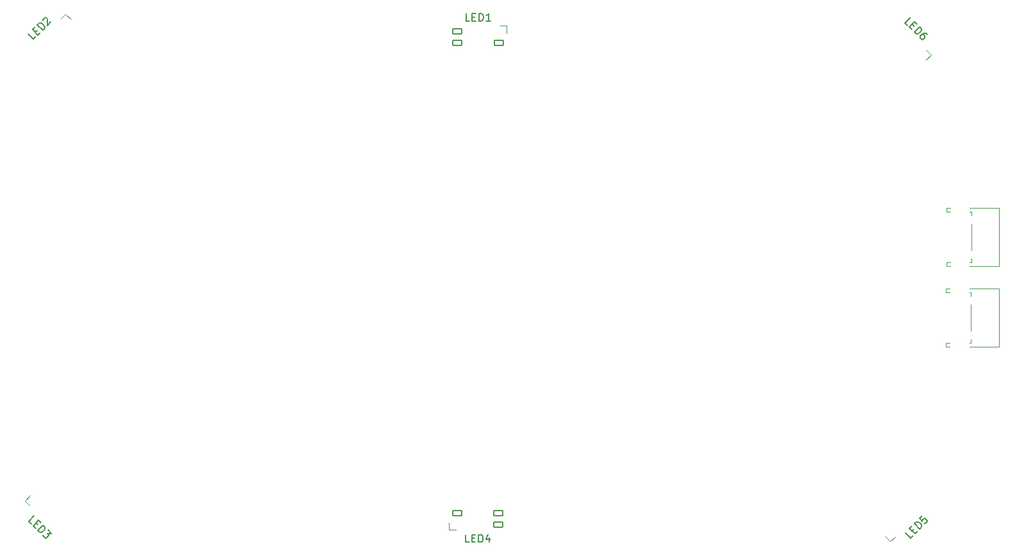
<source format=gto>
%TF.GenerationSoftware,KiCad,Pcbnew,(7.0.0)*%
%TF.CreationDate,2023-03-23T02:06:17-06:00*%
%TF.ProjectId,PicoLX,5069636f-4c58-42e6-9b69-6361645f7063,rev?*%
%TF.SameCoordinates,Original*%
%TF.FileFunction,Legend,Top*%
%TF.FilePolarity,Positive*%
%FSLAX46Y46*%
G04 Gerber Fmt 4.6, Leading zero omitted, Abs format (unit mm)*
G04 Created by KiCad (PCBNEW (7.0.0)) date 2023-03-23 02:06:17*
%MOMM*%
%LPD*%
G01*
G04 APERTURE LIST*
G04 Aperture macros list*
%AMRoundRect*
0 Rectangle with rounded corners*
0 $1 Rounding radius*
0 $2 $3 $4 $5 $6 $7 $8 $9 X,Y pos of 4 corners*
0 Add a 4 corners polygon primitive as box body*
4,1,4,$2,$3,$4,$5,$6,$7,$8,$9,$2,$3,0*
0 Add four circle primitives for the rounded corners*
1,1,$1+$1,$2,$3*
1,1,$1+$1,$4,$5*
1,1,$1+$1,$6,$7*
1,1,$1+$1,$8,$9*
0 Add four rect primitives between the rounded corners*
20,1,$1+$1,$2,$3,$4,$5,0*
20,1,$1+$1,$4,$5,$6,$7,0*
20,1,$1+$1,$6,$7,$8,$9,0*
20,1,$1+$1,$8,$9,$2,$3,0*%
%AMFreePoly0*
4,1,18,-0.410000,0.265000,0.000000,0.675000,0.328000,0.675000,0.359380,0.668758,0.385983,0.650983,0.403758,0.624380,0.410000,0.593000,0.410000,-0.593000,0.403758,-0.624380,0.385983,-0.650983,0.359380,-0.668758,0.328000,-0.675000,-0.328000,-0.675000,-0.359380,-0.668758,-0.385983,-0.650983,-0.403758,-0.624380,-0.410000,-0.593000,-0.410000,0.265000,-0.410000,0.265000,$1*%
G04 Aperture macros list end*
%ADD10C,0.150000*%
%ADD11C,0.120000*%
%ADD12C,2.100000*%
%ADD13C,1.750000*%
%ADD14FreePoly0,315.000000*%
%ADD15RoundRect,0.082000X-0.651245X-0.187383X-0.187383X-0.651245X0.651245X0.187383X0.187383X0.651245X0*%
%ADD16FreePoly0,225.000000*%
%ADD17RoundRect,0.082000X-0.187383X0.651245X-0.651245X0.187383X0.187383X-0.651245X0.651245X-0.187383X0*%
%ADD18FreePoly0,135.000000*%
%ADD19RoundRect,0.082000X0.651245X0.187383X0.187383X0.651245X-0.651245X-0.187383X-0.187383X-0.651245X0*%
%ADD20RoundRect,0.082000X0.593000X-0.328000X0.593000X0.328000X-0.593000X0.328000X-0.593000X-0.328000X0*%
%ADD21FreePoly0,90.000000*%
%ADD22RoundRect,0.082000X0.187383X-0.651245X0.651245X-0.187383X-0.187383X0.651245X-0.651245X0.187383X0*%
%ADD23FreePoly0,45.000000*%
%ADD24FreePoly0,270.000000*%
%ADD25RoundRect,0.082000X-0.593000X0.328000X-0.593000X-0.328000X0.593000X-0.328000X0.593000X0.328000X0*%
%ADD26C,1.701800*%
%ADD27C,3.000000*%
%ADD28C,3.987800*%
%ADD29O,1.000000X2.100000*%
%ADD30O,1.000000X1.800000*%
%ADD31C,0.650000*%
G04 APERTURE END LIST*
D10*
%TO.C,LED2*%
X100941491Y-64424063D02*
X100604774Y-64760781D01*
X100604774Y-64760781D02*
X99897667Y-64053674D01*
X100806804Y-63817971D02*
X101042507Y-63582269D01*
X101513911Y-63851643D02*
X101177194Y-64188361D01*
X101177194Y-64188361D02*
X100470087Y-63481254D01*
X100470087Y-63481254D02*
X100806804Y-63144536D01*
X101816957Y-63548597D02*
X101109850Y-62841490D01*
X101109850Y-62841490D02*
X101278209Y-62673132D01*
X101278209Y-62673132D02*
X101412896Y-62605788D01*
X101412896Y-62605788D02*
X101547583Y-62605788D01*
X101547583Y-62605788D02*
X101648598Y-62639460D01*
X101648598Y-62639460D02*
X101816957Y-62740475D01*
X101816957Y-62740475D02*
X101917972Y-62841490D01*
X101917972Y-62841490D02*
X102018987Y-63009849D01*
X102018987Y-63009849D02*
X102052659Y-63110864D01*
X102052659Y-63110864D02*
X102052659Y-63245551D01*
X102052659Y-63245551D02*
X101985316Y-63380238D01*
X101985316Y-63380238D02*
X101816957Y-63548597D01*
X101850629Y-62235399D02*
X101850629Y-62168055D01*
X101850629Y-62168055D02*
X101884300Y-62067040D01*
X101884300Y-62067040D02*
X102052659Y-61898681D01*
X102052659Y-61898681D02*
X102153674Y-61865010D01*
X102153674Y-61865010D02*
X102221018Y-61865010D01*
X102221018Y-61865010D02*
X102322033Y-61898681D01*
X102322033Y-61898681D02*
X102389377Y-61966025D01*
X102389377Y-61966025D02*
X102456720Y-62100712D01*
X102456720Y-62100712D02*
X102456720Y-62908834D01*
X102456720Y-62908834D02*
X102894453Y-62471101D01*
%TO.C,LED6*%
X216169736Y-62917691D02*
X215833018Y-62580974D01*
X215833018Y-62580974D02*
X216540125Y-61873867D01*
X216775828Y-62783004D02*
X217011530Y-63018707D01*
X216742156Y-63490111D02*
X216405438Y-63153394D01*
X216405438Y-63153394D02*
X217112545Y-62446287D01*
X217112545Y-62446287D02*
X217449263Y-62783004D01*
X217045202Y-63793157D02*
X217752309Y-63086050D01*
X217752309Y-63086050D02*
X217920667Y-63254409D01*
X217920667Y-63254409D02*
X217988011Y-63389096D01*
X217988011Y-63389096D02*
X217988011Y-63523783D01*
X217988011Y-63523783D02*
X217954339Y-63624798D01*
X217954339Y-63624798D02*
X217853324Y-63793157D01*
X217853324Y-63793157D02*
X217752309Y-63894172D01*
X217752309Y-63894172D02*
X217583950Y-63995187D01*
X217583950Y-63995187D02*
X217482935Y-64028859D01*
X217482935Y-64028859D02*
X217348248Y-64028859D01*
X217348248Y-64028859D02*
X217213561Y-63961516D01*
X217213561Y-63961516D02*
X217045202Y-63793157D01*
X218762461Y-64096203D02*
X218627774Y-63961516D01*
X218627774Y-63961516D02*
X218526759Y-63927844D01*
X218526759Y-63927844D02*
X218459415Y-63927844D01*
X218459415Y-63927844D02*
X218291057Y-63961516D01*
X218291057Y-63961516D02*
X218122698Y-64062531D01*
X218122698Y-64062531D02*
X217853324Y-64331905D01*
X217853324Y-64331905D02*
X217819652Y-64432920D01*
X217819652Y-64432920D02*
X217819652Y-64500264D01*
X217819652Y-64500264D02*
X217853324Y-64601279D01*
X217853324Y-64601279D02*
X217988011Y-64735966D01*
X217988011Y-64735966D02*
X218089026Y-64769638D01*
X218089026Y-64769638D02*
X218156370Y-64769638D01*
X218156370Y-64769638D02*
X218257385Y-64735966D01*
X218257385Y-64735966D02*
X218425744Y-64567607D01*
X218425744Y-64567607D02*
X218459415Y-64466592D01*
X218459415Y-64466592D02*
X218459415Y-64399248D01*
X218459415Y-64399248D02*
X218425744Y-64298233D01*
X218425744Y-64298233D02*
X218291057Y-64163546D01*
X218291057Y-64163546D02*
X218190041Y-64129874D01*
X218190041Y-64129874D02*
X218122698Y-64129874D01*
X218122698Y-64129874D02*
X218021683Y-64163546D01*
%TO.C,LED5*%
X216892491Y-130438663D02*
X216555774Y-130775381D01*
X216555774Y-130775381D02*
X215848667Y-130068274D01*
X216757804Y-129832571D02*
X216993507Y-129596869D01*
X217464911Y-129866243D02*
X217128194Y-130202961D01*
X217128194Y-130202961D02*
X216421087Y-129495854D01*
X216421087Y-129495854D02*
X216757804Y-129159136D01*
X217767957Y-129563197D02*
X217060850Y-128856090D01*
X217060850Y-128856090D02*
X217229209Y-128687732D01*
X217229209Y-128687732D02*
X217363896Y-128620388D01*
X217363896Y-128620388D02*
X217498583Y-128620388D01*
X217498583Y-128620388D02*
X217599598Y-128654060D01*
X217599598Y-128654060D02*
X217767957Y-128755075D01*
X217767957Y-128755075D02*
X217868972Y-128856090D01*
X217868972Y-128856090D02*
X217969987Y-129024449D01*
X217969987Y-129024449D02*
X218003659Y-129125464D01*
X218003659Y-129125464D02*
X218003659Y-129260151D01*
X218003659Y-129260151D02*
X217936316Y-129394838D01*
X217936316Y-129394838D02*
X217767957Y-129563197D01*
X218104674Y-127812266D02*
X217767957Y-128148984D01*
X217767957Y-128148984D02*
X218071003Y-128519373D01*
X218071003Y-128519373D02*
X218071003Y-128452029D01*
X218071003Y-128452029D02*
X218104674Y-128351014D01*
X218104674Y-128351014D02*
X218273033Y-128182655D01*
X218273033Y-128182655D02*
X218374048Y-128148984D01*
X218374048Y-128148984D02*
X218441392Y-128148984D01*
X218441392Y-128148984D02*
X218542407Y-128182655D01*
X218542407Y-128182655D02*
X218710766Y-128351014D01*
X218710766Y-128351014D02*
X218744438Y-128452029D01*
X218744438Y-128452029D02*
X218744438Y-128519373D01*
X218744438Y-128519373D02*
X218710766Y-128620388D01*
X218710766Y-128620388D02*
X218542407Y-128788747D01*
X218542407Y-128788747D02*
X218441392Y-128822419D01*
X218441392Y-128822419D02*
X218374048Y-128822419D01*
%TO.C,LED4*%
X158215152Y-131304380D02*
X157738962Y-131304380D01*
X157738962Y-131304380D02*
X157738962Y-130304380D01*
X158548486Y-130780571D02*
X158881819Y-130780571D01*
X159024676Y-131304380D02*
X158548486Y-131304380D01*
X158548486Y-131304380D02*
X158548486Y-130304380D01*
X158548486Y-130304380D02*
X159024676Y-130304380D01*
X159453248Y-131304380D02*
X159453248Y-130304380D01*
X159453248Y-130304380D02*
X159691343Y-130304380D01*
X159691343Y-130304380D02*
X159834200Y-130352000D01*
X159834200Y-130352000D02*
X159929438Y-130447238D01*
X159929438Y-130447238D02*
X159977057Y-130542476D01*
X159977057Y-130542476D02*
X160024676Y-130732952D01*
X160024676Y-130732952D02*
X160024676Y-130875809D01*
X160024676Y-130875809D02*
X159977057Y-131066285D01*
X159977057Y-131066285D02*
X159929438Y-131161523D01*
X159929438Y-131161523D02*
X159834200Y-131256761D01*
X159834200Y-131256761D02*
X159691343Y-131304380D01*
X159691343Y-131304380D02*
X159453248Y-131304380D01*
X160881819Y-130637714D02*
X160881819Y-131304380D01*
X160643724Y-130256761D02*
X160405629Y-130971047D01*
X160405629Y-130971047D02*
X161024676Y-130971047D01*
%TO.C,LED3*%
X100294936Y-128881491D02*
X99958218Y-128544774D01*
X99958218Y-128544774D02*
X100665325Y-127837667D01*
X100901028Y-128746804D02*
X101136730Y-128982507D01*
X100867356Y-129453911D02*
X100530638Y-129117194D01*
X100530638Y-129117194D02*
X101237745Y-128410087D01*
X101237745Y-128410087D02*
X101574463Y-128746804D01*
X101170402Y-129756957D02*
X101877509Y-129049850D01*
X101877509Y-129049850D02*
X102045867Y-129218209D01*
X102045867Y-129218209D02*
X102113211Y-129352896D01*
X102113211Y-129352896D02*
X102113211Y-129487583D01*
X102113211Y-129487583D02*
X102079539Y-129588598D01*
X102079539Y-129588598D02*
X101978524Y-129756957D01*
X101978524Y-129756957D02*
X101877509Y-129857972D01*
X101877509Y-129857972D02*
X101709150Y-129958987D01*
X101709150Y-129958987D02*
X101608135Y-129992659D01*
X101608135Y-129992659D02*
X101473448Y-129992659D01*
X101473448Y-129992659D02*
X101338761Y-129925316D01*
X101338761Y-129925316D02*
X101170402Y-129756957D01*
X102517272Y-129689613D02*
X102955005Y-130127346D01*
X102955005Y-130127346D02*
X102449928Y-130161018D01*
X102449928Y-130161018D02*
X102550944Y-130262033D01*
X102550944Y-130262033D02*
X102584615Y-130363048D01*
X102584615Y-130363048D02*
X102584615Y-130430392D01*
X102584615Y-130430392D02*
X102550944Y-130531407D01*
X102550944Y-130531407D02*
X102382585Y-130699766D01*
X102382585Y-130699766D02*
X102281570Y-130733438D01*
X102281570Y-130733438D02*
X102214226Y-130733438D01*
X102214226Y-130733438D02*
X102113211Y-130699766D01*
X102113211Y-130699766D02*
X101911180Y-130497735D01*
X101911180Y-130497735D02*
X101877509Y-130396720D01*
X101877509Y-130396720D02*
X101877509Y-130329377D01*
%TO.C,LED1*%
X158265952Y-62343380D02*
X157789762Y-62343380D01*
X157789762Y-62343380D02*
X157789762Y-61343380D01*
X158599286Y-61819571D02*
X158932619Y-61819571D01*
X159075476Y-62343380D02*
X158599286Y-62343380D01*
X158599286Y-62343380D02*
X158599286Y-61343380D01*
X158599286Y-61343380D02*
X159075476Y-61343380D01*
X159504048Y-62343380D02*
X159504048Y-61343380D01*
X159504048Y-61343380D02*
X159742143Y-61343380D01*
X159742143Y-61343380D02*
X159885000Y-61391000D01*
X159885000Y-61391000D02*
X159980238Y-61486238D01*
X159980238Y-61486238D02*
X160027857Y-61581476D01*
X160027857Y-61581476D02*
X160075476Y-61771952D01*
X160075476Y-61771952D02*
X160075476Y-61914809D01*
X160075476Y-61914809D02*
X160027857Y-62105285D01*
X160027857Y-62105285D02*
X159980238Y-62200523D01*
X159980238Y-62200523D02*
X159885000Y-62295761D01*
X159885000Y-62295761D02*
X159742143Y-62343380D01*
X159742143Y-62343380D02*
X159504048Y-62343380D01*
X161027857Y-62343380D02*
X160456429Y-62343380D01*
X160742143Y-62343380D02*
X160742143Y-61343380D01*
X160742143Y-61343380D02*
X160646905Y-61486238D01*
X160646905Y-61486238D02*
X160551667Y-61581476D01*
X160551667Y-61581476D02*
X160456429Y-61629095D01*
D11*
%TO.C,SW2*%
X221217501Y-97740000D02*
X221217501Y-98260000D01*
X221727501Y-97740000D02*
X221217501Y-97740000D01*
X228227501Y-97740000D02*
X224327501Y-97740000D01*
X228227501Y-97740000D02*
X228227501Y-105460000D01*
X221727501Y-98260000D02*
X221217501Y-98260000D01*
X224557501Y-98260000D02*
X224327501Y-98260000D01*
X224557501Y-98260000D02*
X224557501Y-98800000D01*
X224557501Y-99900000D02*
X224557501Y-103300000D01*
X224557501Y-104400000D02*
X224557501Y-104940000D01*
X221217501Y-104940000D02*
X221217501Y-105460000D01*
X221727501Y-104940000D02*
X221217501Y-104940000D01*
X224557501Y-104940000D02*
X224327501Y-104940000D01*
X221727501Y-105460000D02*
X221217501Y-105460000D01*
X228227501Y-105460000D02*
X224327501Y-105460000D01*
%TO.C,SW3*%
X228287500Y-94785000D02*
X224387500Y-94785000D01*
X221787500Y-94785000D02*
X221277500Y-94785000D01*
X224617500Y-94265000D02*
X224387500Y-94265000D01*
X221787500Y-94265000D02*
X221277500Y-94265000D01*
X221277500Y-94265000D02*
X221277500Y-94785000D01*
X224617500Y-93725000D02*
X224617500Y-94265000D01*
X224617500Y-89225000D02*
X224617500Y-92625000D01*
X224617500Y-87585000D02*
X224617500Y-88125000D01*
X224617500Y-87585000D02*
X224387500Y-87585000D01*
X221787500Y-87585000D02*
X221277500Y-87585000D01*
X228287500Y-87065000D02*
X228287500Y-94785000D01*
X228287500Y-87065000D02*
X224387500Y-87065000D01*
X221787500Y-87065000D02*
X221277500Y-87065000D01*
X221277500Y-87065000D02*
X221277500Y-87585000D01*
%TO.C,LED2*%
X105526256Y-62105977D02*
X104819150Y-61398870D01*
X104819150Y-61398870D02*
X104182753Y-62035266D01*
%TO.C,LED6*%
X218540559Y-67508452D02*
X219247666Y-66801346D01*
X219247666Y-66801346D02*
X218611270Y-66164949D01*
%TO.C,LED5*%
X213166548Y-130490559D02*
X213873654Y-131197666D01*
X213873654Y-131197666D02*
X214510051Y-130561270D01*
%TO.C,LED4*%
X155525000Y-129700000D02*
X156425000Y-129700000D01*
X155525000Y-128700000D02*
X155525000Y-129700000D01*
%TO.C,LED3*%
X99452334Y-125823654D02*
X100088730Y-126460051D01*
X100159441Y-125116548D02*
X99452334Y-125823654D01*
%TO.C,LED1*%
X163175000Y-63950000D02*
X163175000Y-62950000D01*
X163175000Y-62950000D02*
X162275000Y-62950000D01*
%TD*%
%LPC*%
D12*
%TO.C,SW2*%
X223037501Y-98100000D03*
X223037501Y-105110000D03*
D13*
X225527501Y-99350000D03*
X225527501Y-103850000D03*
%TD*%
%TO.C,SW3*%
X225587500Y-93175000D03*
X225587500Y-88675000D03*
D12*
X223097500Y-94435000D03*
X223097500Y-87425000D03*
%TD*%
D14*
%TO.C,LED2*%
X104589339Y-62689339D03*
D15*
X105650000Y-63750000D03*
X100735608Y-66543072D03*
X101796268Y-67603732D03*
%TD*%
D16*
%TO.C,LED6*%
X217957195Y-66571535D03*
D17*
X216896536Y-67632196D03*
X214103464Y-62717804D03*
X213042804Y-63778464D03*
%TD*%
D18*
%TO.C,LED5*%
X214103463Y-129907195D03*
D19*
X213042804Y-128846536D03*
X217957196Y-126053464D03*
X216896536Y-124992804D03*
%TD*%
D20*
%TO.C,LED4*%
X162050000Y-127450000D03*
X162050000Y-128950000D03*
X156600000Y-127450000D03*
D21*
X156599999Y-128949999D03*
%TD*%
D22*
%TO.C,LED3*%
X105657196Y-128846536D03*
X104596536Y-129907196D03*
X101803464Y-124992804D03*
D23*
X100742803Y-126053463D03*
%TD*%
D24*
%TO.C,LED1*%
X162099999Y-63699999D03*
D25*
X162100000Y-65200000D03*
X156650000Y-63700000D03*
X156650000Y-65200000D03*
%TD*%
D26*
%TO.C,MX9*%
X214441152Y-77263634D03*
D27*
X211901152Y-72183634D03*
D28*
X209361152Y-77263634D03*
D27*
X205551152Y-74723634D03*
D26*
X204281152Y-77263634D03*
%TD*%
%TO.C,MX1*%
X114421752Y-115368834D03*
D27*
X111881752Y-110288834D03*
D28*
X109341752Y-115368834D03*
D27*
X105531752Y-112828834D03*
D26*
X104261752Y-115368834D03*
%TD*%
%TO.C,MX6*%
X176296152Y-115368834D03*
D27*
X173756152Y-110288834D03*
D28*
X171216152Y-115368834D03*
D27*
X167406152Y-112828834D03*
D26*
X166136152Y-115368834D03*
%TD*%
%TO.C,MX5*%
X152496352Y-115368834D03*
D27*
X149956352Y-110288834D03*
D28*
X147416352Y-115368834D03*
D27*
X143606352Y-112828834D03*
D26*
X142336352Y-115368834D03*
%TD*%
%TO.C,MX7*%
X176331152Y-77273634D03*
D27*
X173791152Y-72193634D03*
D28*
X171251152Y-77273634D03*
D27*
X167441152Y-74733634D03*
D26*
X166171152Y-77273634D03*
%TD*%
%TO.C,MX3*%
X133471752Y-96318834D03*
D27*
X130931752Y-91238834D03*
D28*
X128391752Y-96318834D03*
D27*
X124581752Y-93778834D03*
D26*
X123311752Y-96318834D03*
%TD*%
%TO.C,MX10*%
X204271152Y-115373634D03*
D27*
X205541152Y-112833634D03*
D28*
X209351152Y-115373634D03*
D27*
X211891152Y-110293634D03*
D26*
X214431152Y-115373634D03*
%TD*%
%TO.C,MX4*%
X152496352Y-77294234D03*
D27*
X149956352Y-72214234D03*
D28*
X147416352Y-77294234D03*
D27*
X143606352Y-74754234D03*
D26*
X142336352Y-77294234D03*
%TD*%
%TO.C,MX2*%
X104261752Y-77268834D03*
D27*
X105531752Y-74728834D03*
D28*
X109341752Y-77268834D03*
D27*
X111881752Y-72188834D03*
D26*
X114421752Y-77268834D03*
%TD*%
%TO.C,MX8*%
X195381152Y-96323634D03*
D27*
X192841152Y-91243634D03*
D28*
X190301152Y-96323634D03*
D27*
X186491152Y-93783634D03*
D26*
X185221152Y-96323634D03*
%TD*%
D29*
%TO.C,J1*%
X194706803Y-66930535D03*
D30*
X194706803Y-62730535D03*
D29*
X186066803Y-66930535D03*
D30*
X186066803Y-62730535D03*
D31*
X193276804Y-66410536D03*
X187496804Y-66410536D03*
%TD*%
M02*

</source>
